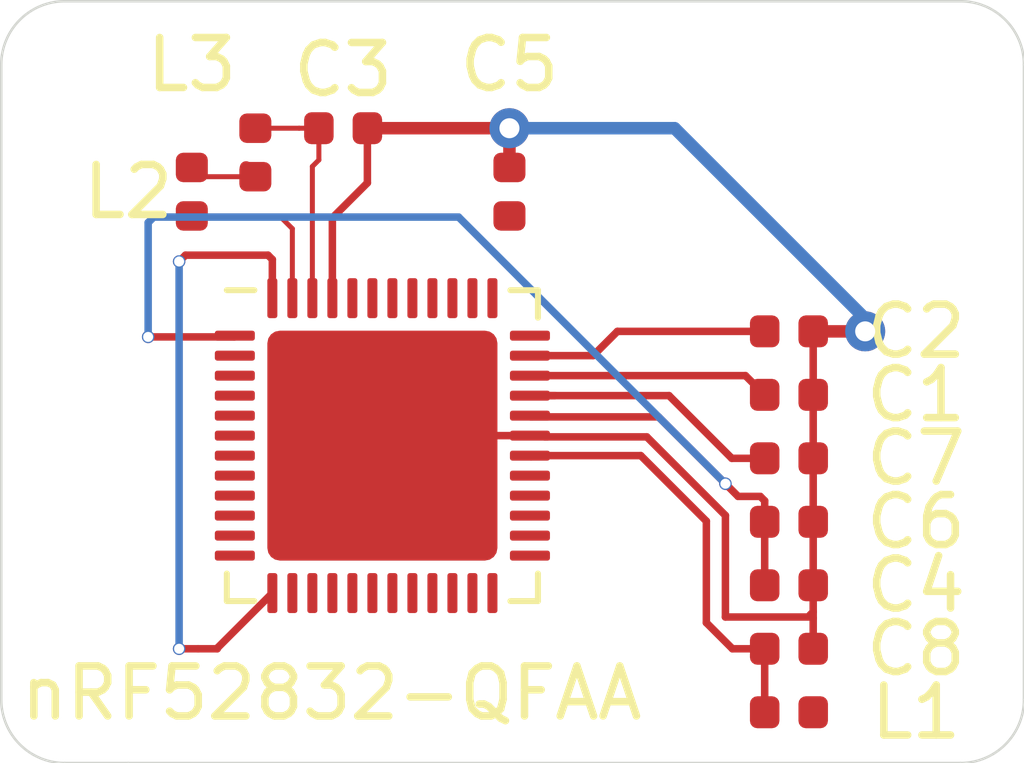
<source format=kicad_pcb>
(kicad_pcb (version 20171130) (host pcbnew "(5.1.2)-1")

  (general
    (thickness 1.6)
    (drawings 9)
    (tracks 89)
    (zones 0)
    (modules 12)
    (nets 47)
  )

  (page A4)
  (layers
    (0 F.Cu signal)
    (31 B.Cu signal)
    (32 B.Adhes user)
    (33 F.Adhes user)
    (34 B.Paste user)
    (35 F.Paste user)
    (36 B.SilkS user)
    (37 F.SilkS user)
    (38 B.Mask user)
    (39 F.Mask user)
    (40 Dwgs.User user)
    (41 Cmts.User user)
    (42 Eco1.User user)
    (43 Eco2.User user)
    (44 Edge.Cuts user)
    (45 Margin user)
    (46 B.CrtYd user)
    (47 F.CrtYd user)
    (48 B.Fab user)
    (49 F.Fab user)
  )

  (setup
    (last_trace_width 0.25)
    (trace_clearance 0.2)
    (zone_clearance 0.508)
    (zone_45_only no)
    (trace_min 0.1)
    (via_size 0.8)
    (via_drill 0.4)
    (via_min_size 0.4)
    (via_min_drill 0.3)
    (uvia_size 0.3)
    (uvia_drill 0.1)
    (uvias_allowed no)
    (uvia_min_size 0.2)
    (uvia_min_drill 0.1)
    (edge_width 0.05)
    (segment_width 0.2)
    (pcb_text_width 0.3)
    (pcb_text_size 1.5 1.5)
    (mod_edge_width 0.12)
    (mod_text_size 1 1)
    (mod_text_width 0.15)
    (pad_size 1.524 1.524)
    (pad_drill 0.762)
    (pad_to_mask_clearance 0.051)
    (solder_mask_min_width 0.25)
    (aux_axis_origin 0 0)
    (visible_elements FFFFFF7F)
    (pcbplotparams
      (layerselection 0x010fc_ffffffff)
      (usegerberextensions false)
      (usegerberattributes false)
      (usegerberadvancedattributes false)
      (creategerberjobfile false)
      (excludeedgelayer true)
      (linewidth 0.100000)
      (plotframeref false)
      (viasonmask false)
      (mode 1)
      (useauxorigin false)
      (hpglpennumber 1)
      (hpglpenspeed 20)
      (hpglpendiameter 15.000000)
      (psnegative false)
      (psa4output false)
      (plotreference true)
      (plotvalue true)
      (plotinvisibletext false)
      (padsonsilk false)
      (subtractmaskfromsilk false)
      (outputformat 1)
      (mirror false)
      (drillshape 1)
      (scaleselection 1)
      (outputdirectory ""))
  )

  (net 0 "")
  (net 1 "Net-(C1-Pad1)")
  (net 2 GND)
  (net 3 "Net-(C2-Pad1)")
  (net 4 "Net-(C3-Pad1)")
  (net 5 "Net-(C4-Pad2)")
  (net 6 VCC)
  (net 7 "Net-(C7-Pad1)")
  (net 8 "Net-(C8-Pad1)")
  (net 9 "Net-(L1-Pad1)")
  (net 10 "Net-(L2-Pad1)")
  (net 11 "Net-(L2-Pad2)")
  (net 12 "Net-(U1-Pad2)")
  (net 13 "Net-(U1-Pad3)")
  (net 14 "Net-(U1-Pad4)")
  (net 15 "Net-(U1-Pad5)")
  (net 16 "Net-(U1-Pad6)")
  (net 17 "Net-(U1-Pad7)")
  (net 18 "Net-(U1-Pad8)")
  (net 19 "Net-(U1-Pad9)")
  (net 20 "Net-(U1-Pad10)")
  (net 21 "Net-(U1-Pad11)")
  (net 22 "Net-(U1-Pad12)")
  (net 23 "Net-(U1-Pad14)")
  (net 24 "Net-(U1-Pad15)")
  (net 25 "Net-(U1-Pad16)")
  (net 26 "Net-(U1-Pad17)")
  (net 27 "Net-(U1-Pad18)")
  (net 28 "Net-(U1-Pad19)")
  (net 29 "Net-(U1-Pad20)")
  (net 30 "Net-(U1-Pad21)")
  (net 31 "Net-(U1-Pad22)")
  (net 32 "Net-(U1-Pad23)")
  (net 33 "Net-(U1-Pad24)")
  (net 34 "Net-(U1-Pad25)")
  (net 35 "Net-(U1-Pad26)")
  (net 36 "Net-(U1-Pad27)")
  (net 37 "Net-(U1-Pad28)")
  (net 38 "Net-(U1-Pad29)")
  (net 39 "Net-(U1-Pad37)")
  (net 40 "Net-(U1-Pad38)")
  (net 41 "Net-(U1-Pad39)")
  (net 42 "Net-(U1-Pad40)")
  (net 43 "Net-(U1-Pad41)")
  (net 44 "Net-(U1-Pad42)")
  (net 45 "Net-(U1-Pad43)")
  (net 46 "Net-(U1-Pad44)")

  (net_class Default "Esta é a classe de rede padrão."
    (clearance 0.2)
    (trace_width 0.25)
    (via_dia 0.8)
    (via_drill 0.4)
    (uvia_dia 0.3)
    (uvia_drill 0.1)
    (add_net GND)
    (add_net "Net-(C1-Pad1)")
    (add_net "Net-(C2-Pad1)")
    (add_net "Net-(C3-Pad1)")
    (add_net "Net-(C4-Pad2)")
    (add_net "Net-(C7-Pad1)")
    (add_net "Net-(C8-Pad1)")
    (add_net "Net-(L1-Pad1)")
    (add_net "Net-(L2-Pad1)")
    (add_net "Net-(L2-Pad2)")
    (add_net "Net-(U1-Pad10)")
    (add_net "Net-(U1-Pad11)")
    (add_net "Net-(U1-Pad12)")
    (add_net "Net-(U1-Pad14)")
    (add_net "Net-(U1-Pad15)")
    (add_net "Net-(U1-Pad16)")
    (add_net "Net-(U1-Pad17)")
    (add_net "Net-(U1-Pad18)")
    (add_net "Net-(U1-Pad19)")
    (add_net "Net-(U1-Pad2)")
    (add_net "Net-(U1-Pad20)")
    (add_net "Net-(U1-Pad21)")
    (add_net "Net-(U1-Pad22)")
    (add_net "Net-(U1-Pad23)")
    (add_net "Net-(U1-Pad24)")
    (add_net "Net-(U1-Pad25)")
    (add_net "Net-(U1-Pad26)")
    (add_net "Net-(U1-Pad27)")
    (add_net "Net-(U1-Pad28)")
    (add_net "Net-(U1-Pad29)")
    (add_net "Net-(U1-Pad3)")
    (add_net "Net-(U1-Pad37)")
    (add_net "Net-(U1-Pad38)")
    (add_net "Net-(U1-Pad39)")
    (add_net "Net-(U1-Pad4)")
    (add_net "Net-(U1-Pad40)")
    (add_net "Net-(U1-Pad41)")
    (add_net "Net-(U1-Pad42)")
    (add_net "Net-(U1-Pad43)")
    (add_net "Net-(U1-Pad44)")
    (add_net "Net-(U1-Pad5)")
    (add_net "Net-(U1-Pad6)")
    (add_net "Net-(U1-Pad7)")
    (add_net "Net-(U1-Pad8)")
    (add_net "Net-(U1-Pad9)")
    (add_net VCC)
  )

  (module Capacitor_SMD:C_0402_1005Metric (layer F.Cu) (tedit 5B301BBE) (tstamp 5D00BB4C)
    (at 84.328 87.884)
    (descr "Capacitor SMD 0402 (1005 Metric), square (rectangular) end terminal, IPC_7351 nominal, (Body size source: http://www.tortai-tech.com/upload/download/2011102023233369053.pdf), generated with kicad-footprint-generator")
    (tags capacitor)
    (path /5CFB3ADF)
    (attr smd)
    (fp_text reference C1 (at 2.54 0) (layer F.SilkS)
      (effects (font (size 1 1) (thickness 0.15)))
    )
    (fp_text value 12pF (at 6.35 0) (layer F.Fab) hide
      (effects (font (size 1 1) (thickness 0.15)))
    )
    (fp_line (start -0.5 0.25) (end -0.5 -0.25) (layer F.Fab) (width 0.1))
    (fp_line (start -0.5 -0.25) (end 0.5 -0.25) (layer F.Fab) (width 0.1))
    (fp_line (start 0.5 -0.25) (end 0.5 0.25) (layer F.Fab) (width 0.1))
    (fp_line (start 0.5 0.25) (end -0.5 0.25) (layer F.Fab) (width 0.1))
    (fp_line (start -0.93 0.47) (end -0.93 -0.47) (layer F.CrtYd) (width 0.05))
    (fp_line (start -0.93 -0.47) (end 0.93 -0.47) (layer F.CrtYd) (width 0.05))
    (fp_line (start 0.93 -0.47) (end 0.93 0.47) (layer F.CrtYd) (width 0.05))
    (fp_line (start 0.93 0.47) (end -0.93 0.47) (layer F.CrtYd) (width 0.05))
    (fp_text user %R (at 0 0) (layer F.Fab)
      (effects (font (size 0.25 0.25) (thickness 0.04)))
    )
    (pad 1 smd roundrect (at -0.485 0) (size 0.59 0.64) (layers F.Cu F.Paste F.Mask) (roundrect_rratio 0.25)
      (net 1 "Net-(C1-Pad1)"))
    (pad 2 smd roundrect (at 0.485 0) (size 0.59 0.64) (layers F.Cu F.Paste F.Mask) (roundrect_rratio 0.25)
      (net 2 GND))
    (model ${KISYS3DMOD}/Capacitor_SMD.3dshapes/C_0402_1005Metric.wrl
      (at (xyz 0 0 0))
      (scale (xyz 1 1 1))
      (rotate (xyz 0 0 0))
    )
  )

  (module Capacitor_SMD:C_0402_1005Metric (layer F.Cu) (tedit 5B301BBE) (tstamp 5D00BB5B)
    (at 84.328 86.614)
    (descr "Capacitor SMD 0402 (1005 Metric), square (rectangular) end terminal, IPC_7351 nominal, (Body size source: http://www.tortai-tech.com/upload/download/2011102023233369053.pdf), generated with kicad-footprint-generator")
    (tags capacitor)
    (path /5CFB4D54)
    (attr smd)
    (fp_text reference C2 (at 2.54 0) (layer F.SilkS)
      (effects (font (size 1 1) (thickness 0.15)))
    )
    (fp_text value 12pF (at 6.35 0) (layer F.Fab) hide
      (effects (font (size 1 1) (thickness 0.15)))
    )
    (fp_text user %R (at 0 0) (layer F.Fab)
      (effects (font (size 0.25 0.25) (thickness 0.04)))
    )
    (fp_line (start 0.93 0.47) (end -0.93 0.47) (layer F.CrtYd) (width 0.05))
    (fp_line (start 0.93 -0.47) (end 0.93 0.47) (layer F.CrtYd) (width 0.05))
    (fp_line (start -0.93 -0.47) (end 0.93 -0.47) (layer F.CrtYd) (width 0.05))
    (fp_line (start -0.93 0.47) (end -0.93 -0.47) (layer F.CrtYd) (width 0.05))
    (fp_line (start 0.5 0.25) (end -0.5 0.25) (layer F.Fab) (width 0.1))
    (fp_line (start 0.5 -0.25) (end 0.5 0.25) (layer F.Fab) (width 0.1))
    (fp_line (start -0.5 -0.25) (end 0.5 -0.25) (layer F.Fab) (width 0.1))
    (fp_line (start -0.5 0.25) (end -0.5 -0.25) (layer F.Fab) (width 0.1))
    (pad 2 smd roundrect (at 0.485 0) (size 0.59 0.64) (layers F.Cu F.Paste F.Mask) (roundrect_rratio 0.25)
      (net 2 GND))
    (pad 1 smd roundrect (at -0.485 0) (size 0.59 0.64) (layers F.Cu F.Paste F.Mask) (roundrect_rratio 0.25)
      (net 3 "Net-(C2-Pad1)"))
    (model ${KISYS3DMOD}/Capacitor_SMD.3dshapes/C_0402_1005Metric.wrl
      (at (xyz 0 0 0))
      (scale (xyz 1 1 1))
      (rotate (xyz 0 0 0))
    )
  )

  (module Capacitor_SMD:C_0402_1005Metric (layer F.Cu) (tedit 5B301BBE) (tstamp 5D00BB6A)
    (at 75.415 82.55)
    (descr "Capacitor SMD 0402 (1005 Metric), square (rectangular) end terminal, IPC_7351 nominal, (Body size source: http://www.tortai-tech.com/upload/download/2011102023233369053.pdf), generated with kicad-footprint-generator")
    (tags capacitor)
    (path /5CF945D9)
    (attr smd)
    (fp_text reference C3 (at 0 -1.17) (layer F.SilkS)
      (effects (font (size 1 1) (thickness 0.15)))
    )
    (fp_text value 100nF (at 0.785 -2.54) (layer F.Fab) hide
      (effects (font (size 1 1) (thickness 0.15)))
    )
    (fp_text user %R (at 0 0) (layer F.Fab)
      (effects (font (size 0.25 0.25) (thickness 0.04)))
    )
    (fp_line (start 0.93 0.47) (end -0.93 0.47) (layer F.CrtYd) (width 0.05))
    (fp_line (start 0.93 -0.47) (end 0.93 0.47) (layer F.CrtYd) (width 0.05))
    (fp_line (start -0.93 -0.47) (end 0.93 -0.47) (layer F.CrtYd) (width 0.05))
    (fp_line (start -0.93 0.47) (end -0.93 -0.47) (layer F.CrtYd) (width 0.05))
    (fp_line (start 0.5 0.25) (end -0.5 0.25) (layer F.Fab) (width 0.1))
    (fp_line (start 0.5 -0.25) (end 0.5 0.25) (layer F.Fab) (width 0.1))
    (fp_line (start -0.5 -0.25) (end 0.5 -0.25) (layer F.Fab) (width 0.1))
    (fp_line (start -0.5 0.25) (end -0.5 -0.25) (layer F.Fab) (width 0.1))
    (pad 2 smd roundrect (at 0.485 0) (size 0.59 0.64) (layers F.Cu F.Paste F.Mask) (roundrect_rratio 0.25)
      (net 2 GND))
    (pad 1 smd roundrect (at -0.485 0) (size 0.59 0.64) (layers F.Cu F.Paste F.Mask) (roundrect_rratio 0.25)
      (net 4 "Net-(C3-Pad1)"))
    (model ${KISYS3DMOD}/Capacitor_SMD.3dshapes/C_0402_1005Metric.wrl
      (at (xyz 0 0 0))
      (scale (xyz 1 1 1))
      (rotate (xyz 0 0 0))
    )
  )

  (module Capacitor_SMD:C_0402_1005Metric (layer F.Cu) (tedit 5B301BBE) (tstamp 5D00BB79)
    (at 84.328 91.694 180)
    (descr "Capacitor SMD 0402 (1005 Metric), square (rectangular) end terminal, IPC_7351 nominal, (Body size source: http://www.tortai-tech.com/upload/download/2011102023233369053.pdf), generated with kicad-footprint-generator")
    (tags capacitor)
    (path /5CF84FC6)
    (attr smd)
    (fp_text reference C4 (at -2.54 0) (layer F.SilkS)
      (effects (font (size 1 1) (thickness 0.15)))
    )
    (fp_text value 100nF (at -6.35 0) (layer F.Fab) hide
      (effects (font (size 1 1) (thickness 0.15)))
    )
    (fp_line (start -0.5 0.25) (end -0.5 -0.25) (layer F.Fab) (width 0.1))
    (fp_line (start -0.5 -0.25) (end 0.5 -0.25) (layer F.Fab) (width 0.1))
    (fp_line (start 0.5 -0.25) (end 0.5 0.25) (layer F.Fab) (width 0.1))
    (fp_line (start 0.5 0.25) (end -0.5 0.25) (layer F.Fab) (width 0.1))
    (fp_line (start -0.93 0.47) (end -0.93 -0.47) (layer F.CrtYd) (width 0.05))
    (fp_line (start -0.93 -0.47) (end 0.93 -0.47) (layer F.CrtYd) (width 0.05))
    (fp_line (start 0.93 -0.47) (end 0.93 0.47) (layer F.CrtYd) (width 0.05))
    (fp_line (start 0.93 0.47) (end -0.93 0.47) (layer F.CrtYd) (width 0.05))
    (fp_text user %R (at 0 0 270) (layer F.Fab)
      (effects (font (size 0.25 0.25) (thickness 0.04)))
    )
    (pad 1 smd roundrect (at -0.485 0 180) (size 0.59 0.64) (layers F.Cu F.Paste F.Mask) (roundrect_rratio 0.25)
      (net 2 GND))
    (pad 2 smd roundrect (at 0.485 0 180) (size 0.59 0.64) (layers F.Cu F.Paste F.Mask) (roundrect_rratio 0.25)
      (net 5 "Net-(C4-Pad2)"))
    (model ${KISYS3DMOD}/Capacitor_SMD.3dshapes/C_0402_1005Metric.wrl
      (at (xyz 0 0 0))
      (scale (xyz 1 1 1))
      (rotate (xyz 0 0 0))
    )
  )

  (module Capacitor_SMD:C_0402_1005Metric (layer F.Cu) (tedit 5B301BBE) (tstamp 5D00BB88)
    (at 78.74 83.82 90)
    (descr "Capacitor SMD 0402 (1005 Metric), square (rectangular) end terminal, IPC_7351 nominal, (Body size source: http://www.tortai-tech.com/upload/download/2011102023233369053.pdf), generated with kicad-footprint-generator")
    (tags capacitor)
    (path /5CF96C0C)
    (attr smd)
    (fp_text reference C5 (at 2.54 0) (layer F.SilkS)
      (effects (font (size 1 1) (thickness 0.15)))
    )
    (fp_text value 100nF (at 3.81 3.81) (layer F.Fab) hide
      (effects (font (size 1 1) (thickness 0.15)))
    )
    (fp_line (start -0.5 0.25) (end -0.5 -0.25) (layer F.Fab) (width 0.1))
    (fp_line (start -0.5 -0.25) (end 0.5 -0.25) (layer F.Fab) (width 0.1))
    (fp_line (start 0.5 -0.25) (end 0.5 0.25) (layer F.Fab) (width 0.1))
    (fp_line (start 0.5 0.25) (end -0.5 0.25) (layer F.Fab) (width 0.1))
    (fp_line (start -0.93 0.47) (end -0.93 -0.47) (layer F.CrtYd) (width 0.05))
    (fp_line (start -0.93 -0.47) (end 0.93 -0.47) (layer F.CrtYd) (width 0.05))
    (fp_line (start 0.93 -0.47) (end 0.93 0.47) (layer F.CrtYd) (width 0.05))
    (fp_line (start 0.93 0.47) (end -0.93 0.47) (layer F.CrtYd) (width 0.05))
    (fp_text user %R (at 0 0 90) (layer F.Fab)
      (effects (font (size 0.25 0.25) (thickness 0.04)))
    )
    (pad 1 smd roundrect (at -0.485 0 90) (size 0.59 0.64) (layers F.Cu F.Paste F.Mask) (roundrect_rratio 0.25)
      (net 6 VCC))
    (pad 2 smd roundrect (at 0.485 0 90) (size 0.59 0.64) (layers F.Cu F.Paste F.Mask) (roundrect_rratio 0.25)
      (net 2 GND))
    (model ${KISYS3DMOD}/Capacitor_SMD.3dshapes/C_0402_1005Metric.wrl
      (at (xyz 0 0 0))
      (scale (xyz 1 1 1))
      (rotate (xyz 0 0 0))
    )
  )

  (module Capacitor_SMD:C_0402_1005Metric (layer F.Cu) (tedit 5B301BBE) (tstamp 5D00BB97)
    (at 84.328 90.424)
    (descr "Capacitor SMD 0402 (1005 Metric), square (rectangular) end terminal, IPC_7351 nominal, (Body size source: http://www.tortai-tech.com/upload/download/2011102023233369053.pdf), generated with kicad-footprint-generator")
    (tags capacitor)
    (path /5CFA2206)
    (attr smd)
    (fp_text reference C6 (at 2.54 0) (layer F.SilkS)
      (effects (font (size 1 1) (thickness 0.15)))
    )
    (fp_text value N.C. (at 5.08 0) (layer F.Fab) hide
      (effects (font (size 1 1) (thickness 0.15)))
    )
    (fp_text user %R (at 0 0) (layer F.Fab)
      (effects (font (size 0.25 0.25) (thickness 0.04)))
    )
    (fp_line (start 0.93 0.47) (end -0.93 0.47) (layer F.CrtYd) (width 0.05))
    (fp_line (start 0.93 -0.47) (end 0.93 0.47) (layer F.CrtYd) (width 0.05))
    (fp_line (start -0.93 -0.47) (end 0.93 -0.47) (layer F.CrtYd) (width 0.05))
    (fp_line (start -0.93 0.47) (end -0.93 -0.47) (layer F.CrtYd) (width 0.05))
    (fp_line (start 0.5 0.25) (end -0.5 0.25) (layer F.Fab) (width 0.1))
    (fp_line (start 0.5 -0.25) (end 0.5 0.25) (layer F.Fab) (width 0.1))
    (fp_line (start -0.5 -0.25) (end 0.5 -0.25) (layer F.Fab) (width 0.1))
    (fp_line (start -0.5 0.25) (end -0.5 -0.25) (layer F.Fab) (width 0.1))
    (pad 2 smd roundrect (at 0.485 0) (size 0.59 0.64) (layers F.Cu F.Paste F.Mask) (roundrect_rratio 0.25)
      (net 2 GND))
    (pad 1 smd roundrect (at -0.485 0) (size 0.59 0.64) (layers F.Cu F.Paste F.Mask) (roundrect_rratio 0.25)
      (net 5 "Net-(C4-Pad2)"))
    (model ${KISYS3DMOD}/Capacitor_SMD.3dshapes/C_0402_1005Metric.wrl
      (at (xyz 0 0 0))
      (scale (xyz 1 1 1))
      (rotate (xyz 0 0 0))
    )
  )

  (module Capacitor_SMD:C_0402_1005Metric (layer F.Cu) (tedit 5B301BBE) (tstamp 5D00BBA6)
    (at 84.328 89.154)
    (descr "Capacitor SMD 0402 (1005 Metric), square (rectangular) end terminal, IPC_7351 nominal, (Body size source: http://www.tortai-tech.com/upload/download/2011102023233369053.pdf), generated with kicad-footprint-generator")
    (tags capacitor)
    (path /5CF9F75D)
    (attr smd)
    (fp_text reference C7 (at 2.54 0) (layer F.SilkS)
      (effects (font (size 1 1) (thickness 0.15)))
    )
    (fp_text value 100pF (at 6.35 0) (layer F.Fab) hide
      (effects (font (size 1 1) (thickness 0.15)))
    )
    (fp_line (start -0.5 0.25) (end -0.5 -0.25) (layer F.Fab) (width 0.1))
    (fp_line (start -0.5 -0.25) (end 0.5 -0.25) (layer F.Fab) (width 0.1))
    (fp_line (start 0.5 -0.25) (end 0.5 0.25) (layer F.Fab) (width 0.1))
    (fp_line (start 0.5 0.25) (end -0.5 0.25) (layer F.Fab) (width 0.1))
    (fp_line (start -0.93 0.47) (end -0.93 -0.47) (layer F.CrtYd) (width 0.05))
    (fp_line (start -0.93 -0.47) (end 0.93 -0.47) (layer F.CrtYd) (width 0.05))
    (fp_line (start 0.93 -0.47) (end 0.93 0.47) (layer F.CrtYd) (width 0.05))
    (fp_line (start 0.93 0.47) (end -0.93 0.47) (layer F.CrtYd) (width 0.05))
    (fp_text user %R (at 0 0) (layer F.Fab)
      (effects (font (size 0.25 0.25) (thickness 0.04)))
    )
    (pad 1 smd roundrect (at -0.485 0) (size 0.59 0.64) (layers F.Cu F.Paste F.Mask) (roundrect_rratio 0.25)
      (net 7 "Net-(C7-Pad1)"))
    (pad 2 smd roundrect (at 0.485 0) (size 0.59 0.64) (layers F.Cu F.Paste F.Mask) (roundrect_rratio 0.25)
      (net 2 GND))
    (model ${KISYS3DMOD}/Capacitor_SMD.3dshapes/C_0402_1005Metric.wrl
      (at (xyz 0 0 0))
      (scale (xyz 1 1 1))
      (rotate (xyz 0 0 0))
    )
  )

  (module Capacitor_SMD:C_0402_1005Metric (layer F.Cu) (tedit 5B301BBE) (tstamp 5D00BBB5)
    (at 84.328 92.964)
    (descr "Capacitor SMD 0402 (1005 Metric), square (rectangular) end terminal, IPC_7351 nominal, (Body size source: http://www.tortai-tech.com/upload/download/2011102023233369053.pdf), generated with kicad-footprint-generator")
    (tags capacitor)
    (path /5CF9B283)
    (attr smd)
    (fp_text reference C8 (at 2.54 0) (layer F.SilkS)
      (effects (font (size 1 1) (thickness 0.15)))
    )
    (fp_text value 100nF (at 6.35 0) (layer F.Fab) hide
      (effects (font (size 1 1) (thickness 0.15)))
    )
    (fp_text user %R (at 0 0) (layer F.Fab)
      (effects (font (size 0.25 0.25) (thickness 0.04)))
    )
    (fp_line (start 0.93 0.47) (end -0.93 0.47) (layer F.CrtYd) (width 0.05))
    (fp_line (start 0.93 -0.47) (end 0.93 0.47) (layer F.CrtYd) (width 0.05))
    (fp_line (start -0.93 -0.47) (end 0.93 -0.47) (layer F.CrtYd) (width 0.05))
    (fp_line (start -0.93 0.47) (end -0.93 -0.47) (layer F.CrtYd) (width 0.05))
    (fp_line (start 0.5 0.25) (end -0.5 0.25) (layer F.Fab) (width 0.1))
    (fp_line (start 0.5 -0.25) (end 0.5 0.25) (layer F.Fab) (width 0.1))
    (fp_line (start -0.5 -0.25) (end 0.5 -0.25) (layer F.Fab) (width 0.1))
    (fp_line (start -0.5 0.25) (end -0.5 -0.25) (layer F.Fab) (width 0.1))
    (pad 2 smd roundrect (at 0.485 0) (size 0.59 0.64) (layers F.Cu F.Paste F.Mask) (roundrect_rratio 0.25)
      (net 2 GND))
    (pad 1 smd roundrect (at -0.485 0) (size 0.59 0.64) (layers F.Cu F.Paste F.Mask) (roundrect_rratio 0.25)
      (net 8 "Net-(C8-Pad1)"))
    (model ${KISYS3DMOD}/Capacitor_SMD.3dshapes/C_0402_1005Metric.wrl
      (at (xyz 0 0 0))
      (scale (xyz 1 1 1))
      (rotate (xyz 0 0 0))
    )
  )

  (module Inductor_SMD:L_0402_1005Metric (layer F.Cu) (tedit 5B301BBE) (tstamp 5D00BBC4)
    (at 84.328 94.234 180)
    (descr "Inductor SMD 0402 (1005 Metric), square (rectangular) end terminal, IPC_7351 nominal, (Body size source: http://www.tortai-tech.com/upload/download/2011102023233369053.pdf), generated with kicad-footprint-generator")
    (tags inductor)
    (path /5CF98C8A)
    (attr smd)
    (fp_text reference L1 (at -2.54 0) (layer F.SilkS)
      (effects (font (size 1 1) (thickness 0.15)))
    )
    (fp_text value 10microH (at -7.62 0) (layer F.Fab) hide
      (effects (font (size 1 1) (thickness 0.15)))
    )
    (fp_line (start -0.5 0.25) (end -0.5 -0.25) (layer F.Fab) (width 0.1))
    (fp_line (start -0.5 -0.25) (end 0.5 -0.25) (layer F.Fab) (width 0.1))
    (fp_line (start 0.5 -0.25) (end 0.5 0.25) (layer F.Fab) (width 0.1))
    (fp_line (start 0.5 0.25) (end -0.5 0.25) (layer F.Fab) (width 0.1))
    (fp_line (start -0.93 0.47) (end -0.93 -0.47) (layer F.CrtYd) (width 0.05))
    (fp_line (start -0.93 -0.47) (end 0.93 -0.47) (layer F.CrtYd) (width 0.05))
    (fp_line (start 0.93 -0.47) (end 0.93 0.47) (layer F.CrtYd) (width 0.05))
    (fp_line (start 0.93 0.47) (end -0.93 0.47) (layer F.CrtYd) (width 0.05))
    (fp_text user %R (at 0 0) (layer F.Fab)
      (effects (font (size 0.25 0.25) (thickness 0.04)))
    )
    (pad 1 smd roundrect (at -0.485 0 180) (size 0.59 0.64) (layers F.Cu F.Paste F.Mask) (roundrect_rratio 0.25)
      (net 9 "Net-(L1-Pad1)"))
    (pad 2 smd roundrect (at 0.485 0 180) (size 0.59 0.64) (layers F.Cu F.Paste F.Mask) (roundrect_rratio 0.25)
      (net 8 "Net-(C8-Pad1)"))
    (model ${KISYS3DMOD}/Inductor_SMD.3dshapes/L_0402_1005Metric.wrl
      (at (xyz 0 0 0))
      (scale (xyz 1 1 1))
      (rotate (xyz 0 0 0))
    )
  )

  (module Inductor_SMD:L_0402_1005Metric (layer F.Cu) (tedit 5B301BBE) (tstamp 5D00BBD3)
    (at 72.39 83.82 90)
    (descr "Inductor SMD 0402 (1005 Metric), square (rectangular) end terminal, IPC_7351 nominal, (Body size source: http://www.tortai-tech.com/upload/download/2011102023233369053.pdf), generated with kicad-footprint-generator")
    (tags inductor)
    (path /5CF80B53)
    (attr smd)
    (fp_text reference L2 (at 0 -1.27) (layer F.SilkS)
      (effects (font (size 1 1) (thickness 0.15)))
    )
    (fp_text value 10microH (at 0 -6.35) (layer F.Fab) hide
      (effects (font (size 1 1) (thickness 0.15)))
    )
    (fp_line (start -0.5 0.25) (end -0.5 -0.25) (layer F.Fab) (width 0.1))
    (fp_line (start -0.5 -0.25) (end 0.5 -0.25) (layer F.Fab) (width 0.1))
    (fp_line (start 0.5 -0.25) (end 0.5 0.25) (layer F.Fab) (width 0.1))
    (fp_line (start 0.5 0.25) (end -0.5 0.25) (layer F.Fab) (width 0.1))
    (fp_line (start -0.93 0.47) (end -0.93 -0.47) (layer F.CrtYd) (width 0.05))
    (fp_line (start -0.93 -0.47) (end 0.93 -0.47) (layer F.CrtYd) (width 0.05))
    (fp_line (start 0.93 -0.47) (end 0.93 0.47) (layer F.CrtYd) (width 0.05))
    (fp_line (start 0.93 0.47) (end -0.93 0.47) (layer F.CrtYd) (width 0.05))
    (fp_text user %R (at 0 0 90) (layer F.Fab)
      (effects (font (size 0.25 0.25) (thickness 0.04)))
    )
    (pad 1 smd roundrect (at -0.485 0 90) (size 0.59 0.64) (layers F.Cu F.Paste F.Mask) (roundrect_rratio 0.25)
      (net 10 "Net-(L2-Pad1)"))
    (pad 2 smd roundrect (at 0.485 0 90) (size 0.59 0.64) (layers F.Cu F.Paste F.Mask) (roundrect_rratio 0.25)
      (net 11 "Net-(L2-Pad2)"))
    (model ${KISYS3DMOD}/Inductor_SMD.3dshapes/L_0402_1005Metric.wrl
      (at (xyz 0 0 0))
      (scale (xyz 1 1 1))
      (rotate (xyz 0 0 0))
    )
  )

  (module Inductor_SMD:L_0402_1005Metric (layer F.Cu) (tedit 5B301BBE) (tstamp 5D00BBE2)
    (at 73.66 83.035 90)
    (descr "Inductor SMD 0402 (1005 Metric), square (rectangular) end terminal, IPC_7351 nominal, (Body size source: http://www.tortai-tech.com/upload/download/2011102023233369053.pdf), generated with kicad-footprint-generator")
    (tags inductor)
    (path /5CF8FDF6)
    (attr smd)
    (fp_text reference L3 (at 1.755 -1.27) (layer F.SilkS)
      (effects (font (size 1 1) (thickness 0.15)))
    )
    (fp_text value 10nH (at 1.755 -5.08) (layer F.Fab) hide
      (effects (font (size 1 1) (thickness 0.15)))
    )
    (fp_text user %R (at 0 0 90) (layer F.Fab)
      (effects (font (size 0.25 0.25) (thickness 0.04)))
    )
    (fp_line (start 0.93 0.47) (end -0.93 0.47) (layer F.CrtYd) (width 0.05))
    (fp_line (start 0.93 -0.47) (end 0.93 0.47) (layer F.CrtYd) (width 0.05))
    (fp_line (start -0.93 -0.47) (end 0.93 -0.47) (layer F.CrtYd) (width 0.05))
    (fp_line (start -0.93 0.47) (end -0.93 -0.47) (layer F.CrtYd) (width 0.05))
    (fp_line (start 0.5 0.25) (end -0.5 0.25) (layer F.Fab) (width 0.1))
    (fp_line (start 0.5 -0.25) (end 0.5 0.25) (layer F.Fab) (width 0.1))
    (fp_line (start -0.5 -0.25) (end 0.5 -0.25) (layer F.Fab) (width 0.1))
    (fp_line (start -0.5 0.25) (end -0.5 -0.25) (layer F.Fab) (width 0.1))
    (pad 2 smd roundrect (at 0.485 0 90) (size 0.59 0.64) (layers F.Cu F.Paste F.Mask) (roundrect_rratio 0.25)
      (net 4 "Net-(C3-Pad1)"))
    (pad 1 smd roundrect (at -0.485 0 90) (size 0.59 0.64) (layers F.Cu F.Paste F.Mask) (roundrect_rratio 0.25)
      (net 11 "Net-(L2-Pad2)"))
    (model ${KISYS3DMOD}/Inductor_SMD.3dshapes/L_0402_1005Metric.wrl
      (at (xyz 0 0 0))
      (scale (xyz 1 1 1))
      (rotate (xyz 0 0 0))
    )
  )

  (module Package_DFN_QFN:QFN-48-1EP_6x6mm_P0.4mm_EP4.6x4.6mm (layer F.Cu) (tedit 5C279080) (tstamp 5D00BC31)
    (at 76.2 88.9)
    (descr "QFN, 48 Pin (http://infocenter.nordicsemi.com/pdf/nRF51822_PS_v3.3.pdf#page=67), generated with kicad-footprint-generator ipc_dfn_qfn_generator.py")
    (tags "QFN DFN_QFN")
    (path /5CF75D9D)
    (attr smd)
    (fp_text reference nRF52832-QFAA (at -1.016 4.953) (layer F.SilkS)
      (effects (font (size 1 1) (thickness 0.15)))
    )
    (fp_text value nRF52832-QFxx (at 0 5.08) (layer F.Fab) hide
      (effects (font (size 1 1) (thickness 0.15)))
    )
    (fp_line (start 2.56 -3.11) (end 3.11 -3.11) (layer F.SilkS) (width 0.12))
    (fp_line (start 3.11 -3.11) (end 3.11 -2.56) (layer F.SilkS) (width 0.12))
    (fp_line (start -2.56 3.11) (end -3.11 3.11) (layer F.SilkS) (width 0.12))
    (fp_line (start -3.11 3.11) (end -3.11 2.56) (layer F.SilkS) (width 0.12))
    (fp_line (start 2.56 3.11) (end 3.11 3.11) (layer F.SilkS) (width 0.12))
    (fp_line (start 3.11 3.11) (end 3.11 2.56) (layer F.SilkS) (width 0.12))
    (fp_line (start -2.56 -3.11) (end -3.11 -3.11) (layer F.SilkS) (width 0.12))
    (fp_line (start -2 -3) (end 3 -3) (layer F.Fab) (width 0.1))
    (fp_line (start 3 -3) (end 3 3) (layer F.Fab) (width 0.1))
    (fp_line (start 3 3) (end -3 3) (layer F.Fab) (width 0.1))
    (fp_line (start -3 3) (end -3 -2) (layer F.Fab) (width 0.1))
    (fp_line (start -3 -2) (end -2 -3) (layer F.Fab) (width 0.1))
    (fp_line (start -3.6 -3.6) (end -3.6 3.6) (layer F.CrtYd) (width 0.05))
    (fp_line (start -3.6 3.6) (end 3.6 3.6) (layer F.CrtYd) (width 0.05))
    (fp_line (start 3.6 3.6) (end 3.6 -3.6) (layer F.CrtYd) (width 0.05))
    (fp_line (start 3.6 -3.6) (end -3.6 -3.6) (layer F.CrtYd) (width 0.05))
    (fp_text user %R (at 0 0) (layer F.Fab) hide
      (effects (font (size 1 1) (thickness 0.15)))
    )
    (pad 49 smd roundrect (at 0 0) (size 4.6 4.6) (layers F.Cu F.Mask) (roundrect_rratio 0.054348)
      (net 2 GND))
    (pad "" smd roundrect (at -1.53 -1.53) (size 1.24 1.24) (layers F.Paste) (roundrect_rratio 0.201613))
    (pad "" smd roundrect (at -1.53 0) (size 1.24 1.24) (layers F.Paste) (roundrect_rratio 0.201613))
    (pad "" smd roundrect (at -1.53 1.53) (size 1.24 1.24) (layers F.Paste) (roundrect_rratio 0.201613))
    (pad "" smd roundrect (at 0 -1.53) (size 1.24 1.24) (layers F.Paste) (roundrect_rratio 0.201613))
    (pad "" smd roundrect (at 0 0) (size 1.24 1.24) (layers F.Paste) (roundrect_rratio 0.201613))
    (pad "" smd roundrect (at 0 1.53) (size 1.24 1.24) (layers F.Paste) (roundrect_rratio 0.201613))
    (pad "" smd roundrect (at 1.53 -1.53) (size 1.24 1.24) (layers F.Paste) (roundrect_rratio 0.201613))
    (pad "" smd roundrect (at 1.53 0) (size 1.24 1.24) (layers F.Paste) (roundrect_rratio 0.201613))
    (pad "" smd roundrect (at 1.53 1.53) (size 1.24 1.24) (layers F.Paste) (roundrect_rratio 0.201613))
    (pad 1 smd roundrect (at -2.95 -2.2) (size 0.8 0.2) (layers F.Cu F.Paste F.Mask) (roundrect_rratio 0.25)
      (net 5 "Net-(C4-Pad2)"))
    (pad 2 smd roundrect (at -2.95 -1.8) (size 0.8 0.2) (layers F.Cu F.Paste F.Mask) (roundrect_rratio 0.25)
      (net 12 "Net-(U1-Pad2)"))
    (pad 3 smd roundrect (at -2.95 -1.4) (size 0.8 0.2) (layers F.Cu F.Paste F.Mask) (roundrect_rratio 0.25)
      (net 13 "Net-(U1-Pad3)"))
    (pad 4 smd roundrect (at -2.95 -1) (size 0.8 0.2) (layers F.Cu F.Paste F.Mask) (roundrect_rratio 0.25)
      (net 14 "Net-(U1-Pad4)"))
    (pad 5 smd roundrect (at -2.95 -0.6) (size 0.8 0.2) (layers F.Cu F.Paste F.Mask) (roundrect_rratio 0.25)
      (net 15 "Net-(U1-Pad5)"))
    (pad 6 smd roundrect (at -2.95 -0.2) (size 0.8 0.2) (layers F.Cu F.Paste F.Mask) (roundrect_rratio 0.25)
      (net 16 "Net-(U1-Pad6)"))
    (pad 7 smd roundrect (at -2.95 0.2) (size 0.8 0.2) (layers F.Cu F.Paste F.Mask) (roundrect_rratio 0.25)
      (net 17 "Net-(U1-Pad7)"))
    (pad 8 smd roundrect (at -2.95 0.6) (size 0.8 0.2) (layers F.Cu F.Paste F.Mask) (roundrect_rratio 0.25)
      (net 18 "Net-(U1-Pad8)"))
    (pad 9 smd roundrect (at -2.95 1) (size 0.8 0.2) (layers F.Cu F.Paste F.Mask) (roundrect_rratio 0.25)
      (net 19 "Net-(U1-Pad9)"))
    (pad 10 smd roundrect (at -2.95 1.4) (size 0.8 0.2) (layers F.Cu F.Paste F.Mask) (roundrect_rratio 0.25)
      (net 20 "Net-(U1-Pad10)"))
    (pad 11 smd roundrect (at -2.95 1.8) (size 0.8 0.2) (layers F.Cu F.Paste F.Mask) (roundrect_rratio 0.25)
      (net 21 "Net-(U1-Pad11)"))
    (pad 12 smd roundrect (at -2.95 2.2) (size 0.8 0.2) (layers F.Cu F.Paste F.Mask) (roundrect_rratio 0.25)
      (net 22 "Net-(U1-Pad12)"))
    (pad 13 smd roundrect (at -2.2 2.95) (size 0.2 0.8) (layers F.Cu F.Paste F.Mask) (roundrect_rratio 0.25)
      (net 6 VCC))
    (pad 14 smd roundrect (at -1.8 2.95) (size 0.2 0.8) (layers F.Cu F.Paste F.Mask) (roundrect_rratio 0.25)
      (net 23 "Net-(U1-Pad14)"))
    (pad 15 smd roundrect (at -1.4 2.95) (size 0.2 0.8) (layers F.Cu F.Paste F.Mask) (roundrect_rratio 0.25)
      (net 24 "Net-(U1-Pad15)"))
    (pad 16 smd roundrect (at -1 2.95) (size 0.2 0.8) (layers F.Cu F.Paste F.Mask) (roundrect_rratio 0.25)
      (net 25 "Net-(U1-Pad16)"))
    (pad 17 smd roundrect (at -0.6 2.95) (size 0.2 0.8) (layers F.Cu F.Paste F.Mask) (roundrect_rratio 0.25)
      (net 26 "Net-(U1-Pad17)"))
    (pad 18 smd roundrect (at -0.2 2.95) (size 0.2 0.8) (layers F.Cu F.Paste F.Mask) (roundrect_rratio 0.25)
      (net 27 "Net-(U1-Pad18)"))
    (pad 19 smd roundrect (at 0.2 2.95) (size 0.2 0.8) (layers F.Cu F.Paste F.Mask) (roundrect_rratio 0.25)
      (net 28 "Net-(U1-Pad19)"))
    (pad 20 smd roundrect (at 0.6 2.95) (size 0.2 0.8) (layers F.Cu F.Paste F.Mask) (roundrect_rratio 0.25)
      (net 29 "Net-(U1-Pad20)"))
    (pad 21 smd roundrect (at 1 2.95) (size 0.2 0.8) (layers F.Cu F.Paste F.Mask) (roundrect_rratio 0.25)
      (net 30 "Net-(U1-Pad21)"))
    (pad 22 smd roundrect (at 1.4 2.95) (size 0.2 0.8) (layers F.Cu F.Paste F.Mask) (roundrect_rratio 0.25)
      (net 31 "Net-(U1-Pad22)"))
    (pad 23 smd roundrect (at 1.8 2.95) (size 0.2 0.8) (layers F.Cu F.Paste F.Mask) (roundrect_rratio 0.25)
      (net 32 "Net-(U1-Pad23)"))
    (pad 24 smd roundrect (at 2.2 2.95) (size 0.2 0.8) (layers F.Cu F.Paste F.Mask) (roundrect_rratio 0.25)
      (net 33 "Net-(U1-Pad24)"))
    (pad 25 smd roundrect (at 2.95 2.2) (size 0.8 0.2) (layers F.Cu F.Paste F.Mask) (roundrect_rratio 0.25)
      (net 34 "Net-(U1-Pad25)"))
    (pad 26 smd roundrect (at 2.95 1.8) (size 0.8 0.2) (layers F.Cu F.Paste F.Mask) (roundrect_rratio 0.25)
      (net 35 "Net-(U1-Pad26)"))
    (pad 27 smd roundrect (at 2.95 1.4) (size 0.8 0.2) (layers F.Cu F.Paste F.Mask) (roundrect_rratio 0.25)
      (net 36 "Net-(U1-Pad27)"))
    (pad 28 smd roundrect (at 2.95 1) (size 0.8 0.2) (layers F.Cu F.Paste F.Mask) (roundrect_rratio 0.25)
      (net 37 "Net-(U1-Pad28)"))
    (pad 29 smd roundrect (at 2.95 0.6) (size 0.8 0.2) (layers F.Cu F.Paste F.Mask) (roundrect_rratio 0.25)
      (net 38 "Net-(U1-Pad29)"))
    (pad 30 smd roundrect (at 2.95 0.2) (size 0.8 0.2) (layers F.Cu F.Paste F.Mask) (roundrect_rratio 0.25)
      (net 8 "Net-(C8-Pad1)"))
    (pad 31 smd roundrect (at 2.95 -0.2) (size 0.8 0.2) (layers F.Cu F.Paste F.Mask) (roundrect_rratio 0.25)
      (net 2 GND))
    (pad 32 smd roundrect (at 2.95 -0.6) (size 0.8 0.2) (layers F.Cu F.Paste F.Mask) (roundrect_rratio 0.25)
      (net 5 "Net-(C4-Pad2)"))
    (pad 33 smd roundrect (at 2.95 -1) (size 0.8 0.2) (layers F.Cu F.Paste F.Mask) (roundrect_rratio 0.25)
      (net 7 "Net-(C7-Pad1)"))
    (pad 34 smd roundrect (at 2.95 -1.4) (size 0.8 0.2) (layers F.Cu F.Paste F.Mask) (roundrect_rratio 0.25)
      (net 1 "Net-(C1-Pad1)"))
    (pad 35 smd roundrect (at 2.95 -1.8) (size 0.8 0.2) (layers F.Cu F.Paste F.Mask) (roundrect_rratio 0.25)
      (net 3 "Net-(C2-Pad1)"))
    (pad 36 smd roundrect (at 2.95 -2.2) (size 0.8 0.2) (layers F.Cu F.Paste F.Mask) (roundrect_rratio 0.25)
      (net 6 VCC))
    (pad 37 smd roundrect (at 2.2 -2.95) (size 0.2 0.8) (layers F.Cu F.Paste F.Mask) (roundrect_rratio 0.25)
      (net 39 "Net-(U1-Pad37)"))
    (pad 38 smd roundrect (at 1.8 -2.95) (size 0.2 0.8) (layers F.Cu F.Paste F.Mask) (roundrect_rratio 0.25)
      (net 40 "Net-(U1-Pad38)"))
    (pad 39 smd roundrect (at 1.4 -2.95) (size 0.2 0.8) (layers F.Cu F.Paste F.Mask) (roundrect_rratio 0.25)
      (net 41 "Net-(U1-Pad39)"))
    (pad 40 smd roundrect (at 1 -2.95) (size 0.2 0.8) (layers F.Cu F.Paste F.Mask) (roundrect_rratio 0.25)
      (net 42 "Net-(U1-Pad40)"))
    (pad 41 smd roundrect (at 0.6 -2.95) (size 0.2 0.8) (layers F.Cu F.Paste F.Mask) (roundrect_rratio 0.25)
      (net 43 "Net-(U1-Pad41)"))
    (pad 42 smd roundrect (at 0.2 -2.95) (size 0.2 0.8) (layers F.Cu F.Paste F.Mask) (roundrect_rratio 0.25)
      (net 44 "Net-(U1-Pad42)"))
    (pad 43 smd roundrect (at -0.2 -2.95) (size 0.2 0.8) (layers F.Cu F.Paste F.Mask) (roundrect_rratio 0.25)
      (net 45 "Net-(U1-Pad43)"))
    (pad 44 smd roundrect (at -0.6 -2.95) (size 0.2 0.8) (layers F.Cu F.Paste F.Mask) (roundrect_rratio 0.25)
      (net 46 "Net-(U1-Pad44)"))
    (pad 45 smd roundrect (at -1 -2.95) (size 0.2 0.8) (layers F.Cu F.Paste F.Mask) (roundrect_rratio 0.25)
      (net 2 GND))
    (pad 46 smd roundrect (at -1.4 -2.95) (size 0.2 0.8) (layers F.Cu F.Paste F.Mask) (roundrect_rratio 0.25)
      (net 4 "Net-(C3-Pad1)"))
    (pad 47 smd roundrect (at -1.8 -2.95) (size 0.2 0.8) (layers F.Cu F.Paste F.Mask) (roundrect_rratio 0.25)
      (net 10 "Net-(L2-Pad1)"))
    (pad 48 smd roundrect (at -2.2 -2.95) (size 0.2 0.8) (layers F.Cu F.Paste F.Mask) (roundrect_rratio 0.25)
      (net 6 VCC))
    (model ${KISYS3DMOD}/Package_DFN_QFN.3dshapes/QFN-48-1EP_6x6mm_P0.4mm_EP4.6x4.6mm.wrl
      (at (xyz 0 0 0))
      (scale (xyz 1 1 1))
      (rotate (xyz 0 0 0))
    )
  )

  (gr_arc (start 69.85 93.98) (end 68.58 93.98) (angle -90) (layer Edge.Cuts) (width 0.05))
  (gr_arc (start 87.757 81.28) (end 89.027 81.28) (angle -90) (layer Edge.Cuts) (width 0.05))
  (gr_arc (start 69.85 81.28) (end 69.85 80.01) (angle -90) (layer Edge.Cuts) (width 0.05))
  (gr_arc (start 87.757 93.98) (end 87.757 95.25) (angle -90) (layer Edge.Cuts) (width 0.05))
  (gr_line (start 89.027 81.28) (end 89.027 93.98) (layer Edge.Cuts) (width 0.05))
  (gr_line (start 69.85 80.01) (end 87.757 80.01) (layer Edge.Cuts) (width 0.05))
  (gr_line (start 68.58 93.98) (end 68.58 81.28) (layer Edge.Cuts) (width 0.05))
  (gr_line (start 71.12 95.25) (end 69.85 95.25) (layer Edge.Cuts) (width 0.05))
  (gr_line (start 87.757 95.25) (end 71.12 95.25) (layer Edge.Cuts) (width 0.05))

  (segment (start 83.459 87.5) (end 79.15 87.5) (width 0.15) (layer F.Cu) (net 1))
  (segment (start 83.843 87.884) (end 83.459 87.5) (width 0.15) (layer F.Cu) (net 1))
  (segment (start 75.2 85.95) (end 75.2 84.344) (width 0.15) (layer F.Cu) (net 2))
  (segment (start 75.9 83.644) (end 75.9 82.55) (width 0.15) (layer F.Cu) (net 2))
  (segment (start 75.2 84.344) (end 75.9 83.644) (width 0.15) (layer F.Cu) (net 2))
  (segment (start 78.74 83.335) (end 78.74 82.55) (width 0.25) (layer F.Cu) (net 2))
  (segment (start 78.74 82.55) (end 75.9 82.55) (width 0.25) (layer F.Cu) (net 2))
  (segment (start 84.813 86.614) (end 84.813 87.884) (width 0.15) (layer F.Cu) (net 2))
  (segment (start 84.813 87.884) (end 84.813 89.154) (width 0.15) (layer F.Cu) (net 2))
  (segment (start 84.813 89.154) (end 84.813 90.424) (width 0.15) (layer F.Cu) (net 2))
  (segment (start 84.813 91.694) (end 84.813 90.424) (width 0.15) (layer F.Cu) (net 2))
  (segment (start 84.74899 92.28901) (end 84.813 92.225) (width 0.15) (layer F.Cu) (net 2))
  (segment (start 84.813 92.225) (end 84.813 91.694) (width 0.15) (layer F.Cu) (net 2))
  (segment (start 78.74 82.55) (end 78.74 82.55) (width 0.25) (layer F.Cu) (net 2) (tstamp 5D00E601))
  (via (at 78.74 82.55) (size 0.8) (drill 0.4) (layers F.Cu B.Cu) (net 2))
  (segment (start 78.74 82.55) (end 82.042 82.55) (width 0.25) (layer B.Cu) (net 2))
  (segment (start 82.042 82.55) (end 85.852 86.36) (width 0.25) (layer B.Cu) (net 2))
  (segment (start 85.852 86.36) (end 85.852 86.614) (width 0.25) (layer B.Cu) (net 2))
  (segment (start 85.852 86.614) (end 85.852 86.614) (width 0.25) (layer B.Cu) (net 2) (tstamp 5D00E691))
  (via (at 85.852 86.614) (size 0.8) (drill 0.4) (layers F.Cu B.Cu) (net 2))
  (segment (start 85.852 86.614) (end 84.813 86.614) (width 0.25) (layer F.Cu) (net 2))
  (segment (start 84.79 92.329) (end 84.813 92.352) (width 0.15) (layer F.Cu) (net 2))
  (segment (start 83.058 92.329) (end 84.79 92.329) (width 0.15) (layer F.Cu) (net 2))
  (segment (start 83.058 90.297) (end 83.058 92.329) (width 0.15) (layer F.Cu) (net 2))
  (segment (start 84.813 92.352) (end 84.813 92.225) (width 0.15) (layer F.Cu) (net 2))
  (segment (start 84.813 92.964) (end 84.813 92.352) (width 0.15) (layer F.Cu) (net 2))
  (segment (start 79.15 88.7) (end 79.429 88.7) (width 0.15) (layer F.Cu) (net 2))
  (segment (start 79.429 88.7) (end 79.45399 88.72499) (width 0.15) (layer F.Cu) (net 2))
  (segment (start 79.45399 88.72499) (end 81.48599 88.72499) (width 0.15) (layer F.Cu) (net 2))
  (segment (start 81.48599 88.72499) (end 83.058 90.297) (width 0.15) (layer F.Cu) (net 2))
  (segment (start 76.4 88.7) (end 76.2 88.9) (width 0.15) (layer F.Cu) (net 2))
  (segment (start 79.15 88.7) (end 76.4 88.7) (width 0.15) (layer F.Cu) (net 2))
  (segment (start 83.843 86.614) (end 83.663002 86.614) (width 0.15) (layer F.Cu) (net 3))
  (segment (start 83.843 86.614) (end 80.899 86.614) (width 0.15) (layer F.Cu) (net 3))
  (segment (start 80.413 87.1) (end 79.15 87.1) (width 0.15) (layer F.Cu) (net 3))
  (segment (start 80.899 86.614) (end 80.413 87.1) (width 0.15) (layer F.Cu) (net 3))
  (segment (start 74.8 85.95) (end 74.8 83.315) (width 0.1) (layer F.Cu) (net 4))
  (segment (start 74.93 83.185) (end 74.93 82.55) (width 0.1) (layer F.Cu) (net 4))
  (segment (start 74.8 83.315) (end 74.93 83.185) (width 0.1) (layer F.Cu) (net 4))
  (segment (start 74.535 82.55) (end 73.66 82.55) (width 0.1) (layer F.Cu) (net 4))
  (segment (start 74.93 82.55) (end 74.535 82.55) (width 0.1) (layer F.Cu) (net 4))
  (segment (start 83.843 91.694) (end 83.843 90.424) (width 0.15) (layer F.Cu) (net 5))
  (segment (start 79.17499 88.32499) (end 79.15 88.3) (width 0.15) (layer F.Cu) (net 5))
  (segment (start 81.72099 88.32499) (end 79.17499 88.32499) (width 0.15) (layer F.Cu) (net 5))
  (segment (start 83.312 89.916) (end 83.058 89.662) (width 0.15) (layer F.Cu) (net 5))
  (segment (start 83.755 89.916) (end 83.312 89.916) (width 0.15) (layer F.Cu) (net 5))
  (segment (start 83.843 90.424) (end 83.843 90.004) (width 0.15) (layer F.Cu) (net 5))
  (segment (start 83.843 90.004) (end 83.755 89.916) (width 0.15) (layer F.Cu) (net 5))
  (segment (start 73.23701 86.72499) (end 71.51701 86.72499) (width 0.15) (layer F.Cu) (net 5))
  (segment (start 73.25 86.7) (end 73.25 86.712) (width 0.15) (layer F.Cu) (net 5))
  (segment (start 73.25 86.712) (end 73.23701 86.72499) (width 0.15) (layer F.Cu) (net 5))
  (segment (start 71.51701 86.72499) (end 71.51701 86.72499) (width 0.15) (layer F.Cu) (net 5) (tstamp 5D00EDA0))
  (via (at 71.51701 86.72499) (size 0.25) (drill 0.2) (layers F.Cu B.Cu) (net 5))
  (segment (start 83.058 89.662) (end 81.72099 88.32499) (width 0.15) (layer F.Cu) (net 5) (tstamp 5D00EDA2))
  (via (at 83.058 89.662) (size 0.25) (drill 0.2) (layers F.Cu B.Cu) (net 5))
  (segment (start 71.51701 86.72499) (end 71.51701 84.43899) (width 0.15) (layer B.Cu) (net 5))
  (segment (start 71.51701 84.43899) (end 71.628 84.328) (width 0.15) (layer B.Cu) (net 5))
  (segment (start 77.724 84.328) (end 83.058 89.662) (width 0.15) (layer B.Cu) (net 5))
  (segment (start 71.628 84.328) (end 77.724 84.328) (width 0.15) (layer B.Cu) (net 5))
  (segment (start 72.898 92.952) (end 74 91.85) (width 0.15) (layer F.Cu) (net 6))
  (segment (start 72.517 92.964) (end 72.898 92.964) (width 0.15) (layer F.Cu) (net 6))
  (segment (start 74 85.176) (end 73.914 85.09) (width 0.15) (layer F.Cu) (net 6))
  (segment (start 74 85.95) (end 74 85.176) (width 0.15) (layer F.Cu) (net 6))
  (segment (start 72.898 92.964) (end 72.898 92.952) (width 0.15) (layer F.Cu) (net 6))
  (segment (start 72.263 85.09) (end 72.136 85.217) (width 0.15) (layer F.Cu) (net 6))
  (segment (start 73.914 85.09) (end 72.263 85.09) (width 0.15) (layer F.Cu) (net 6))
  (segment (start 72.136 85.217) (end 72.136 85.217) (width 0.15) (layer F.Cu) (net 6) (tstamp 5D00EBA6))
  (via (at 72.136 85.217) (size 0.25) (drill 0.2) (layers F.Cu B.Cu) (net 6))
  (segment (start 72.517 92.964) (end 72.136 92.964) (width 0.15) (layer F.Cu) (net 6))
  (segment (start 72.136 92.964) (end 72.136 92.964) (width 0.15) (layer F.Cu) (net 6) (tstamp 5D00EC3B))
  (via (at 72.136 92.964) (size 0.25) (drill 0.2) (layers F.Cu B.Cu) (net 6))
  (segment (start 72.136 92.964) (end 72.136 85.217) (width 0.15) (layer B.Cu) (net 6))
  (segment (start 79.65 87.9) (end 79.15 87.9) (width 0.15) (layer F.Cu) (net 7))
  (segment (start 81.931 87.9) (end 79.15 87.9) (width 0.15) (layer F.Cu) (net 7))
  (segment (start 83.843 89.154) (end 83.185 89.154) (width 0.15) (layer F.Cu) (net 7))
  (segment (start 83.185 89.154) (end 81.931 87.9) (width 0.15) (layer F.Cu) (net 7))
  (segment (start 83.843 94.234) (end 83.843 92.964) (width 0.15) (layer F.Cu) (net 8))
  (segment (start 79.17301 89.12301) (end 79.15 89.1) (width 0.15) (layer F.Cu) (net 8))
  (segment (start 81.366012 89.1) (end 79.15 89.1) (width 0.15) (layer F.Cu) (net 8))
  (segment (start 82.677 90.410988) (end 81.366012 89.1) (width 0.15) (layer F.Cu) (net 8))
  (segment (start 82.677 92.442988) (end 82.677 90.410988) (width 0.15) (layer F.Cu) (net 8))
  (segment (start 83.843 92.964) (end 83.198012 92.964) (width 0.15) (layer F.Cu) (net 8))
  (segment (start 83.198012 92.964) (end 82.677 92.442988) (width 0.15) (layer F.Cu) (net 8))
  (segment (start 74.4 85.95) (end 74.4 84.56) (width 0.1) (layer F.Cu) (net 10))
  (segment (start 74.145 84.305) (end 72.39 84.305) (width 0.1) (layer F.Cu) (net 10))
  (segment (start 74.4 84.56) (end 74.145 84.305) (width 0.1) (layer F.Cu) (net 10))
  (segment (start 73.475 83.335) (end 73.66 83.52) (width 0.25) (layer F.Cu) (net 11))
  (segment (start 72.575 83.52) (end 72.39 83.335) (width 0.1) (layer F.Cu) (net 11))
  (segment (start 73.66 83.52) (end 72.575 83.52) (width 0.1) (layer F.Cu) (net 11))

)

</source>
